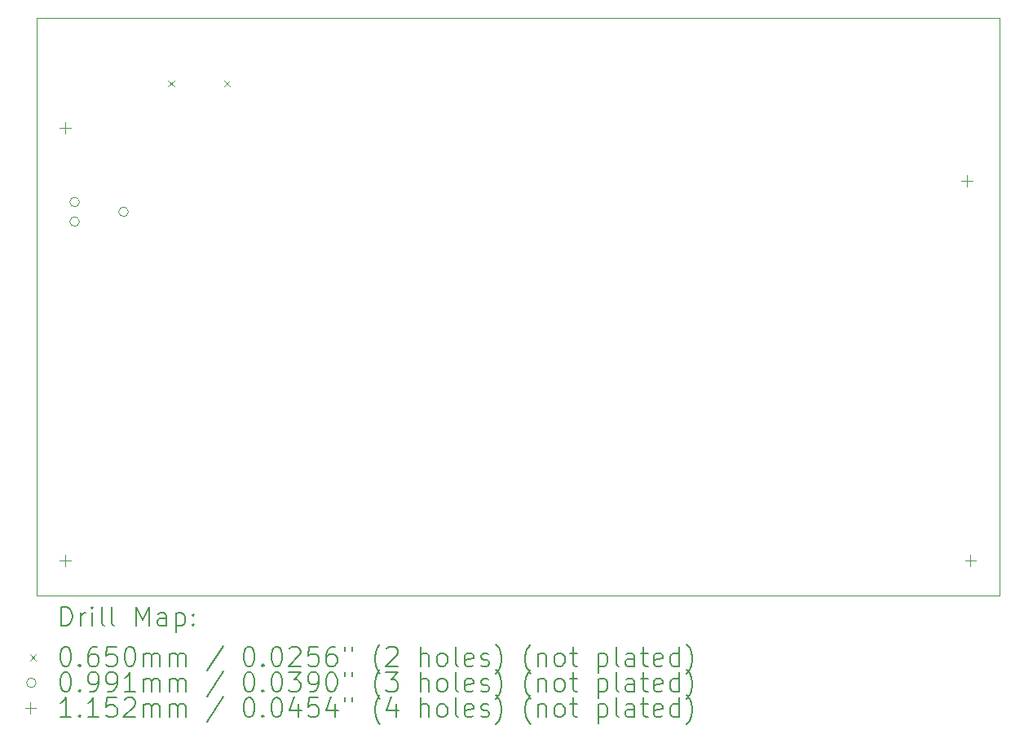
<source format=gbr>
%TF.GenerationSoftware,KiCad,Pcbnew,8.0.4-8.0.4-0~ubuntu22.04.1*%
%TF.CreationDate,2024-08-24T23:14:56+02:00*%
%TF.ProjectId,bldc_project,626c6463-5f70-4726-9f6a-6563742e6b69,rev?*%
%TF.SameCoordinates,Original*%
%TF.FileFunction,Drillmap*%
%TF.FilePolarity,Positive*%
%FSLAX45Y45*%
G04 Gerber Fmt 4.5, Leading zero omitted, Abs format (unit mm)*
G04 Created by KiCad (PCBNEW 8.0.4-8.0.4-0~ubuntu22.04.1) date 2024-08-24 23:14:56*
%MOMM*%
%LPD*%
G01*
G04 APERTURE LIST*
%ADD10C,0.100000*%
%ADD11C,0.200000*%
%ADD12C,0.115200*%
G04 APERTURE END LIST*
D10*
X4120000Y-8050000D02*
X14120000Y-8050000D01*
X14120000Y-14050000D01*
X4120000Y-14050000D01*
X4120000Y-8050000D01*
D11*
D10*
X5488500Y-8697500D02*
X5553500Y-8762500D01*
X5553500Y-8697500D02*
X5488500Y-8762500D01*
X6066500Y-8697500D02*
X6131500Y-8762500D01*
X6131500Y-8697500D02*
X6066500Y-8762500D01*
X4565530Y-9961900D02*
G75*
G02*
X4466470Y-9961900I-49530J0D01*
G01*
X4466470Y-9961900D02*
G75*
G02*
X4565530Y-9961900I49530J0D01*
G01*
X4565530Y-10165100D02*
G75*
G02*
X4466470Y-10165100I-49530J0D01*
G01*
X4466470Y-10165100D02*
G75*
G02*
X4565530Y-10165100I49530J0D01*
G01*
X5073530Y-10063500D02*
G75*
G02*
X4974470Y-10063500I-49530J0D01*
G01*
X4974470Y-10063500D02*
G75*
G02*
X5073530Y-10063500I49530J0D01*
G01*
D12*
X4420000Y-9132400D02*
X4420000Y-9247600D01*
X4362400Y-9190000D02*
X4477600Y-9190000D01*
X4420000Y-13632400D02*
X4420000Y-13747600D01*
X4362400Y-13690000D02*
X4477600Y-13690000D01*
X13780000Y-9687400D02*
X13780000Y-9802600D01*
X13722400Y-9745000D02*
X13837600Y-9745000D01*
X13820000Y-13632400D02*
X13820000Y-13747600D01*
X13762400Y-13690000D02*
X13877600Y-13690000D01*
D11*
X4375777Y-14366484D02*
X4375777Y-14166484D01*
X4375777Y-14166484D02*
X4423396Y-14166484D01*
X4423396Y-14166484D02*
X4451967Y-14176008D01*
X4451967Y-14176008D02*
X4471015Y-14195055D01*
X4471015Y-14195055D02*
X4480539Y-14214103D01*
X4480539Y-14214103D02*
X4490063Y-14252198D01*
X4490063Y-14252198D02*
X4490063Y-14280769D01*
X4490063Y-14280769D02*
X4480539Y-14318865D01*
X4480539Y-14318865D02*
X4471015Y-14337912D01*
X4471015Y-14337912D02*
X4451967Y-14356960D01*
X4451967Y-14356960D02*
X4423396Y-14366484D01*
X4423396Y-14366484D02*
X4375777Y-14366484D01*
X4575777Y-14366484D02*
X4575777Y-14233150D01*
X4575777Y-14271246D02*
X4585301Y-14252198D01*
X4585301Y-14252198D02*
X4594824Y-14242674D01*
X4594824Y-14242674D02*
X4613872Y-14233150D01*
X4613872Y-14233150D02*
X4632920Y-14233150D01*
X4699586Y-14366484D02*
X4699586Y-14233150D01*
X4699586Y-14166484D02*
X4690063Y-14176008D01*
X4690063Y-14176008D02*
X4699586Y-14185531D01*
X4699586Y-14185531D02*
X4709110Y-14176008D01*
X4709110Y-14176008D02*
X4699586Y-14166484D01*
X4699586Y-14166484D02*
X4699586Y-14185531D01*
X4823396Y-14366484D02*
X4804348Y-14356960D01*
X4804348Y-14356960D02*
X4794824Y-14337912D01*
X4794824Y-14337912D02*
X4794824Y-14166484D01*
X4928158Y-14366484D02*
X4909110Y-14356960D01*
X4909110Y-14356960D02*
X4899586Y-14337912D01*
X4899586Y-14337912D02*
X4899586Y-14166484D01*
X5156729Y-14366484D02*
X5156729Y-14166484D01*
X5156729Y-14166484D02*
X5223396Y-14309341D01*
X5223396Y-14309341D02*
X5290063Y-14166484D01*
X5290063Y-14166484D02*
X5290063Y-14366484D01*
X5471015Y-14366484D02*
X5471015Y-14261722D01*
X5471015Y-14261722D02*
X5461491Y-14242674D01*
X5461491Y-14242674D02*
X5442444Y-14233150D01*
X5442444Y-14233150D02*
X5404348Y-14233150D01*
X5404348Y-14233150D02*
X5385301Y-14242674D01*
X5471015Y-14356960D02*
X5451967Y-14366484D01*
X5451967Y-14366484D02*
X5404348Y-14366484D01*
X5404348Y-14366484D02*
X5385301Y-14356960D01*
X5385301Y-14356960D02*
X5375777Y-14337912D01*
X5375777Y-14337912D02*
X5375777Y-14318865D01*
X5375777Y-14318865D02*
X5385301Y-14299817D01*
X5385301Y-14299817D02*
X5404348Y-14290293D01*
X5404348Y-14290293D02*
X5451967Y-14290293D01*
X5451967Y-14290293D02*
X5471015Y-14280769D01*
X5566253Y-14233150D02*
X5566253Y-14433150D01*
X5566253Y-14242674D02*
X5585301Y-14233150D01*
X5585301Y-14233150D02*
X5623396Y-14233150D01*
X5623396Y-14233150D02*
X5642443Y-14242674D01*
X5642443Y-14242674D02*
X5651967Y-14252198D01*
X5651967Y-14252198D02*
X5661491Y-14271246D01*
X5661491Y-14271246D02*
X5661491Y-14328388D01*
X5661491Y-14328388D02*
X5651967Y-14347436D01*
X5651967Y-14347436D02*
X5642443Y-14356960D01*
X5642443Y-14356960D02*
X5623396Y-14366484D01*
X5623396Y-14366484D02*
X5585301Y-14366484D01*
X5585301Y-14366484D02*
X5566253Y-14356960D01*
X5747205Y-14347436D02*
X5756729Y-14356960D01*
X5756729Y-14356960D02*
X5747205Y-14366484D01*
X5747205Y-14366484D02*
X5737682Y-14356960D01*
X5737682Y-14356960D02*
X5747205Y-14347436D01*
X5747205Y-14347436D02*
X5747205Y-14366484D01*
X5747205Y-14242674D02*
X5756729Y-14252198D01*
X5756729Y-14252198D02*
X5747205Y-14261722D01*
X5747205Y-14261722D02*
X5737682Y-14252198D01*
X5737682Y-14252198D02*
X5747205Y-14242674D01*
X5747205Y-14242674D02*
X5747205Y-14261722D01*
D10*
X4050000Y-14662500D02*
X4115000Y-14727500D01*
X4115000Y-14662500D02*
X4050000Y-14727500D01*
D11*
X4413872Y-14586484D02*
X4432920Y-14586484D01*
X4432920Y-14586484D02*
X4451967Y-14596008D01*
X4451967Y-14596008D02*
X4461491Y-14605531D01*
X4461491Y-14605531D02*
X4471015Y-14624579D01*
X4471015Y-14624579D02*
X4480539Y-14662674D01*
X4480539Y-14662674D02*
X4480539Y-14710293D01*
X4480539Y-14710293D02*
X4471015Y-14748388D01*
X4471015Y-14748388D02*
X4461491Y-14767436D01*
X4461491Y-14767436D02*
X4451967Y-14776960D01*
X4451967Y-14776960D02*
X4432920Y-14786484D01*
X4432920Y-14786484D02*
X4413872Y-14786484D01*
X4413872Y-14786484D02*
X4394824Y-14776960D01*
X4394824Y-14776960D02*
X4385301Y-14767436D01*
X4385301Y-14767436D02*
X4375777Y-14748388D01*
X4375777Y-14748388D02*
X4366253Y-14710293D01*
X4366253Y-14710293D02*
X4366253Y-14662674D01*
X4366253Y-14662674D02*
X4375777Y-14624579D01*
X4375777Y-14624579D02*
X4385301Y-14605531D01*
X4385301Y-14605531D02*
X4394824Y-14596008D01*
X4394824Y-14596008D02*
X4413872Y-14586484D01*
X4566253Y-14767436D02*
X4575777Y-14776960D01*
X4575777Y-14776960D02*
X4566253Y-14786484D01*
X4566253Y-14786484D02*
X4556729Y-14776960D01*
X4556729Y-14776960D02*
X4566253Y-14767436D01*
X4566253Y-14767436D02*
X4566253Y-14786484D01*
X4747205Y-14586484D02*
X4709110Y-14586484D01*
X4709110Y-14586484D02*
X4690063Y-14596008D01*
X4690063Y-14596008D02*
X4680539Y-14605531D01*
X4680539Y-14605531D02*
X4661491Y-14634103D01*
X4661491Y-14634103D02*
X4651967Y-14672198D01*
X4651967Y-14672198D02*
X4651967Y-14748388D01*
X4651967Y-14748388D02*
X4661491Y-14767436D01*
X4661491Y-14767436D02*
X4671015Y-14776960D01*
X4671015Y-14776960D02*
X4690063Y-14786484D01*
X4690063Y-14786484D02*
X4728158Y-14786484D01*
X4728158Y-14786484D02*
X4747205Y-14776960D01*
X4747205Y-14776960D02*
X4756729Y-14767436D01*
X4756729Y-14767436D02*
X4766253Y-14748388D01*
X4766253Y-14748388D02*
X4766253Y-14700769D01*
X4766253Y-14700769D02*
X4756729Y-14681722D01*
X4756729Y-14681722D02*
X4747205Y-14672198D01*
X4747205Y-14672198D02*
X4728158Y-14662674D01*
X4728158Y-14662674D02*
X4690063Y-14662674D01*
X4690063Y-14662674D02*
X4671015Y-14672198D01*
X4671015Y-14672198D02*
X4661491Y-14681722D01*
X4661491Y-14681722D02*
X4651967Y-14700769D01*
X4947205Y-14586484D02*
X4851967Y-14586484D01*
X4851967Y-14586484D02*
X4842444Y-14681722D01*
X4842444Y-14681722D02*
X4851967Y-14672198D01*
X4851967Y-14672198D02*
X4871015Y-14662674D01*
X4871015Y-14662674D02*
X4918634Y-14662674D01*
X4918634Y-14662674D02*
X4937682Y-14672198D01*
X4937682Y-14672198D02*
X4947205Y-14681722D01*
X4947205Y-14681722D02*
X4956729Y-14700769D01*
X4956729Y-14700769D02*
X4956729Y-14748388D01*
X4956729Y-14748388D02*
X4947205Y-14767436D01*
X4947205Y-14767436D02*
X4937682Y-14776960D01*
X4937682Y-14776960D02*
X4918634Y-14786484D01*
X4918634Y-14786484D02*
X4871015Y-14786484D01*
X4871015Y-14786484D02*
X4851967Y-14776960D01*
X4851967Y-14776960D02*
X4842444Y-14767436D01*
X5080539Y-14586484D02*
X5099586Y-14586484D01*
X5099586Y-14586484D02*
X5118634Y-14596008D01*
X5118634Y-14596008D02*
X5128158Y-14605531D01*
X5128158Y-14605531D02*
X5137682Y-14624579D01*
X5137682Y-14624579D02*
X5147205Y-14662674D01*
X5147205Y-14662674D02*
X5147205Y-14710293D01*
X5147205Y-14710293D02*
X5137682Y-14748388D01*
X5137682Y-14748388D02*
X5128158Y-14767436D01*
X5128158Y-14767436D02*
X5118634Y-14776960D01*
X5118634Y-14776960D02*
X5099586Y-14786484D01*
X5099586Y-14786484D02*
X5080539Y-14786484D01*
X5080539Y-14786484D02*
X5061491Y-14776960D01*
X5061491Y-14776960D02*
X5051967Y-14767436D01*
X5051967Y-14767436D02*
X5042444Y-14748388D01*
X5042444Y-14748388D02*
X5032920Y-14710293D01*
X5032920Y-14710293D02*
X5032920Y-14662674D01*
X5032920Y-14662674D02*
X5042444Y-14624579D01*
X5042444Y-14624579D02*
X5051967Y-14605531D01*
X5051967Y-14605531D02*
X5061491Y-14596008D01*
X5061491Y-14596008D02*
X5080539Y-14586484D01*
X5232920Y-14786484D02*
X5232920Y-14653150D01*
X5232920Y-14672198D02*
X5242444Y-14662674D01*
X5242444Y-14662674D02*
X5261491Y-14653150D01*
X5261491Y-14653150D02*
X5290063Y-14653150D01*
X5290063Y-14653150D02*
X5309110Y-14662674D01*
X5309110Y-14662674D02*
X5318634Y-14681722D01*
X5318634Y-14681722D02*
X5318634Y-14786484D01*
X5318634Y-14681722D02*
X5328158Y-14662674D01*
X5328158Y-14662674D02*
X5347205Y-14653150D01*
X5347205Y-14653150D02*
X5375777Y-14653150D01*
X5375777Y-14653150D02*
X5394825Y-14662674D01*
X5394825Y-14662674D02*
X5404348Y-14681722D01*
X5404348Y-14681722D02*
X5404348Y-14786484D01*
X5499586Y-14786484D02*
X5499586Y-14653150D01*
X5499586Y-14672198D02*
X5509110Y-14662674D01*
X5509110Y-14662674D02*
X5528158Y-14653150D01*
X5528158Y-14653150D02*
X5556729Y-14653150D01*
X5556729Y-14653150D02*
X5575777Y-14662674D01*
X5575777Y-14662674D02*
X5585301Y-14681722D01*
X5585301Y-14681722D02*
X5585301Y-14786484D01*
X5585301Y-14681722D02*
X5594824Y-14662674D01*
X5594824Y-14662674D02*
X5613872Y-14653150D01*
X5613872Y-14653150D02*
X5642443Y-14653150D01*
X5642443Y-14653150D02*
X5661491Y-14662674D01*
X5661491Y-14662674D02*
X5671015Y-14681722D01*
X5671015Y-14681722D02*
X5671015Y-14786484D01*
X6061491Y-14576960D02*
X5890063Y-14834103D01*
X6318634Y-14586484D02*
X6337682Y-14586484D01*
X6337682Y-14586484D02*
X6356729Y-14596008D01*
X6356729Y-14596008D02*
X6366253Y-14605531D01*
X6366253Y-14605531D02*
X6375777Y-14624579D01*
X6375777Y-14624579D02*
X6385301Y-14662674D01*
X6385301Y-14662674D02*
X6385301Y-14710293D01*
X6385301Y-14710293D02*
X6375777Y-14748388D01*
X6375777Y-14748388D02*
X6366253Y-14767436D01*
X6366253Y-14767436D02*
X6356729Y-14776960D01*
X6356729Y-14776960D02*
X6337682Y-14786484D01*
X6337682Y-14786484D02*
X6318634Y-14786484D01*
X6318634Y-14786484D02*
X6299586Y-14776960D01*
X6299586Y-14776960D02*
X6290063Y-14767436D01*
X6290063Y-14767436D02*
X6280539Y-14748388D01*
X6280539Y-14748388D02*
X6271015Y-14710293D01*
X6271015Y-14710293D02*
X6271015Y-14662674D01*
X6271015Y-14662674D02*
X6280539Y-14624579D01*
X6280539Y-14624579D02*
X6290063Y-14605531D01*
X6290063Y-14605531D02*
X6299586Y-14596008D01*
X6299586Y-14596008D02*
X6318634Y-14586484D01*
X6471015Y-14767436D02*
X6480539Y-14776960D01*
X6480539Y-14776960D02*
X6471015Y-14786484D01*
X6471015Y-14786484D02*
X6461491Y-14776960D01*
X6461491Y-14776960D02*
X6471015Y-14767436D01*
X6471015Y-14767436D02*
X6471015Y-14786484D01*
X6604348Y-14586484D02*
X6623396Y-14586484D01*
X6623396Y-14586484D02*
X6642444Y-14596008D01*
X6642444Y-14596008D02*
X6651967Y-14605531D01*
X6651967Y-14605531D02*
X6661491Y-14624579D01*
X6661491Y-14624579D02*
X6671015Y-14662674D01*
X6671015Y-14662674D02*
X6671015Y-14710293D01*
X6671015Y-14710293D02*
X6661491Y-14748388D01*
X6661491Y-14748388D02*
X6651967Y-14767436D01*
X6651967Y-14767436D02*
X6642444Y-14776960D01*
X6642444Y-14776960D02*
X6623396Y-14786484D01*
X6623396Y-14786484D02*
X6604348Y-14786484D01*
X6604348Y-14786484D02*
X6585301Y-14776960D01*
X6585301Y-14776960D02*
X6575777Y-14767436D01*
X6575777Y-14767436D02*
X6566253Y-14748388D01*
X6566253Y-14748388D02*
X6556729Y-14710293D01*
X6556729Y-14710293D02*
X6556729Y-14662674D01*
X6556729Y-14662674D02*
X6566253Y-14624579D01*
X6566253Y-14624579D02*
X6575777Y-14605531D01*
X6575777Y-14605531D02*
X6585301Y-14596008D01*
X6585301Y-14596008D02*
X6604348Y-14586484D01*
X6747206Y-14605531D02*
X6756729Y-14596008D01*
X6756729Y-14596008D02*
X6775777Y-14586484D01*
X6775777Y-14586484D02*
X6823396Y-14586484D01*
X6823396Y-14586484D02*
X6842444Y-14596008D01*
X6842444Y-14596008D02*
X6851967Y-14605531D01*
X6851967Y-14605531D02*
X6861491Y-14624579D01*
X6861491Y-14624579D02*
X6861491Y-14643627D01*
X6861491Y-14643627D02*
X6851967Y-14672198D01*
X6851967Y-14672198D02*
X6737682Y-14786484D01*
X6737682Y-14786484D02*
X6861491Y-14786484D01*
X7042444Y-14586484D02*
X6947206Y-14586484D01*
X6947206Y-14586484D02*
X6937682Y-14681722D01*
X6937682Y-14681722D02*
X6947206Y-14672198D01*
X6947206Y-14672198D02*
X6966253Y-14662674D01*
X6966253Y-14662674D02*
X7013872Y-14662674D01*
X7013872Y-14662674D02*
X7032920Y-14672198D01*
X7032920Y-14672198D02*
X7042444Y-14681722D01*
X7042444Y-14681722D02*
X7051967Y-14700769D01*
X7051967Y-14700769D02*
X7051967Y-14748388D01*
X7051967Y-14748388D02*
X7042444Y-14767436D01*
X7042444Y-14767436D02*
X7032920Y-14776960D01*
X7032920Y-14776960D02*
X7013872Y-14786484D01*
X7013872Y-14786484D02*
X6966253Y-14786484D01*
X6966253Y-14786484D02*
X6947206Y-14776960D01*
X6947206Y-14776960D02*
X6937682Y-14767436D01*
X7223396Y-14586484D02*
X7185301Y-14586484D01*
X7185301Y-14586484D02*
X7166253Y-14596008D01*
X7166253Y-14596008D02*
X7156729Y-14605531D01*
X7156729Y-14605531D02*
X7137682Y-14634103D01*
X7137682Y-14634103D02*
X7128158Y-14672198D01*
X7128158Y-14672198D02*
X7128158Y-14748388D01*
X7128158Y-14748388D02*
X7137682Y-14767436D01*
X7137682Y-14767436D02*
X7147206Y-14776960D01*
X7147206Y-14776960D02*
X7166253Y-14786484D01*
X7166253Y-14786484D02*
X7204348Y-14786484D01*
X7204348Y-14786484D02*
X7223396Y-14776960D01*
X7223396Y-14776960D02*
X7232920Y-14767436D01*
X7232920Y-14767436D02*
X7242444Y-14748388D01*
X7242444Y-14748388D02*
X7242444Y-14700769D01*
X7242444Y-14700769D02*
X7232920Y-14681722D01*
X7232920Y-14681722D02*
X7223396Y-14672198D01*
X7223396Y-14672198D02*
X7204348Y-14662674D01*
X7204348Y-14662674D02*
X7166253Y-14662674D01*
X7166253Y-14662674D02*
X7147206Y-14672198D01*
X7147206Y-14672198D02*
X7137682Y-14681722D01*
X7137682Y-14681722D02*
X7128158Y-14700769D01*
X7318634Y-14586484D02*
X7318634Y-14624579D01*
X7394825Y-14586484D02*
X7394825Y-14624579D01*
X7690063Y-14862674D02*
X7680539Y-14853150D01*
X7680539Y-14853150D02*
X7661491Y-14824579D01*
X7661491Y-14824579D02*
X7651968Y-14805531D01*
X7651968Y-14805531D02*
X7642444Y-14776960D01*
X7642444Y-14776960D02*
X7632920Y-14729341D01*
X7632920Y-14729341D02*
X7632920Y-14691246D01*
X7632920Y-14691246D02*
X7642444Y-14643627D01*
X7642444Y-14643627D02*
X7651968Y-14615055D01*
X7651968Y-14615055D02*
X7661491Y-14596008D01*
X7661491Y-14596008D02*
X7680539Y-14567436D01*
X7680539Y-14567436D02*
X7690063Y-14557912D01*
X7756729Y-14605531D02*
X7766253Y-14596008D01*
X7766253Y-14596008D02*
X7785301Y-14586484D01*
X7785301Y-14586484D02*
X7832920Y-14586484D01*
X7832920Y-14586484D02*
X7851968Y-14596008D01*
X7851968Y-14596008D02*
X7861491Y-14605531D01*
X7861491Y-14605531D02*
X7871015Y-14624579D01*
X7871015Y-14624579D02*
X7871015Y-14643627D01*
X7871015Y-14643627D02*
X7861491Y-14672198D01*
X7861491Y-14672198D02*
X7747206Y-14786484D01*
X7747206Y-14786484D02*
X7871015Y-14786484D01*
X8109110Y-14786484D02*
X8109110Y-14586484D01*
X8194825Y-14786484D02*
X8194825Y-14681722D01*
X8194825Y-14681722D02*
X8185301Y-14662674D01*
X8185301Y-14662674D02*
X8166253Y-14653150D01*
X8166253Y-14653150D02*
X8137682Y-14653150D01*
X8137682Y-14653150D02*
X8118634Y-14662674D01*
X8118634Y-14662674D02*
X8109110Y-14672198D01*
X8318634Y-14786484D02*
X8299587Y-14776960D01*
X8299587Y-14776960D02*
X8290063Y-14767436D01*
X8290063Y-14767436D02*
X8280539Y-14748388D01*
X8280539Y-14748388D02*
X8280539Y-14691246D01*
X8280539Y-14691246D02*
X8290063Y-14672198D01*
X8290063Y-14672198D02*
X8299587Y-14662674D01*
X8299587Y-14662674D02*
X8318634Y-14653150D01*
X8318634Y-14653150D02*
X8347206Y-14653150D01*
X8347206Y-14653150D02*
X8366253Y-14662674D01*
X8366253Y-14662674D02*
X8375777Y-14672198D01*
X8375777Y-14672198D02*
X8385301Y-14691246D01*
X8385301Y-14691246D02*
X8385301Y-14748388D01*
X8385301Y-14748388D02*
X8375777Y-14767436D01*
X8375777Y-14767436D02*
X8366253Y-14776960D01*
X8366253Y-14776960D02*
X8347206Y-14786484D01*
X8347206Y-14786484D02*
X8318634Y-14786484D01*
X8499587Y-14786484D02*
X8480539Y-14776960D01*
X8480539Y-14776960D02*
X8471015Y-14757912D01*
X8471015Y-14757912D02*
X8471015Y-14586484D01*
X8651968Y-14776960D02*
X8632920Y-14786484D01*
X8632920Y-14786484D02*
X8594825Y-14786484D01*
X8594825Y-14786484D02*
X8575777Y-14776960D01*
X8575777Y-14776960D02*
X8566253Y-14757912D01*
X8566253Y-14757912D02*
X8566253Y-14681722D01*
X8566253Y-14681722D02*
X8575777Y-14662674D01*
X8575777Y-14662674D02*
X8594825Y-14653150D01*
X8594825Y-14653150D02*
X8632920Y-14653150D01*
X8632920Y-14653150D02*
X8651968Y-14662674D01*
X8651968Y-14662674D02*
X8661492Y-14681722D01*
X8661492Y-14681722D02*
X8661492Y-14700769D01*
X8661492Y-14700769D02*
X8566253Y-14719817D01*
X8737682Y-14776960D02*
X8756730Y-14786484D01*
X8756730Y-14786484D02*
X8794825Y-14786484D01*
X8794825Y-14786484D02*
X8813873Y-14776960D01*
X8813873Y-14776960D02*
X8823396Y-14757912D01*
X8823396Y-14757912D02*
X8823396Y-14748388D01*
X8823396Y-14748388D02*
X8813873Y-14729341D01*
X8813873Y-14729341D02*
X8794825Y-14719817D01*
X8794825Y-14719817D02*
X8766253Y-14719817D01*
X8766253Y-14719817D02*
X8747206Y-14710293D01*
X8747206Y-14710293D02*
X8737682Y-14691246D01*
X8737682Y-14691246D02*
X8737682Y-14681722D01*
X8737682Y-14681722D02*
X8747206Y-14662674D01*
X8747206Y-14662674D02*
X8766253Y-14653150D01*
X8766253Y-14653150D02*
X8794825Y-14653150D01*
X8794825Y-14653150D02*
X8813873Y-14662674D01*
X8890063Y-14862674D02*
X8899587Y-14853150D01*
X8899587Y-14853150D02*
X8918634Y-14824579D01*
X8918634Y-14824579D02*
X8928158Y-14805531D01*
X8928158Y-14805531D02*
X8937682Y-14776960D01*
X8937682Y-14776960D02*
X8947206Y-14729341D01*
X8947206Y-14729341D02*
X8947206Y-14691246D01*
X8947206Y-14691246D02*
X8937682Y-14643627D01*
X8937682Y-14643627D02*
X8928158Y-14615055D01*
X8928158Y-14615055D02*
X8918634Y-14596008D01*
X8918634Y-14596008D02*
X8899587Y-14567436D01*
X8899587Y-14567436D02*
X8890063Y-14557912D01*
X9251968Y-14862674D02*
X9242444Y-14853150D01*
X9242444Y-14853150D02*
X9223396Y-14824579D01*
X9223396Y-14824579D02*
X9213873Y-14805531D01*
X9213873Y-14805531D02*
X9204349Y-14776960D01*
X9204349Y-14776960D02*
X9194825Y-14729341D01*
X9194825Y-14729341D02*
X9194825Y-14691246D01*
X9194825Y-14691246D02*
X9204349Y-14643627D01*
X9204349Y-14643627D02*
X9213873Y-14615055D01*
X9213873Y-14615055D02*
X9223396Y-14596008D01*
X9223396Y-14596008D02*
X9242444Y-14567436D01*
X9242444Y-14567436D02*
X9251968Y-14557912D01*
X9328158Y-14653150D02*
X9328158Y-14786484D01*
X9328158Y-14672198D02*
X9337682Y-14662674D01*
X9337682Y-14662674D02*
X9356730Y-14653150D01*
X9356730Y-14653150D02*
X9385301Y-14653150D01*
X9385301Y-14653150D02*
X9404349Y-14662674D01*
X9404349Y-14662674D02*
X9413873Y-14681722D01*
X9413873Y-14681722D02*
X9413873Y-14786484D01*
X9537682Y-14786484D02*
X9518634Y-14776960D01*
X9518634Y-14776960D02*
X9509111Y-14767436D01*
X9509111Y-14767436D02*
X9499587Y-14748388D01*
X9499587Y-14748388D02*
X9499587Y-14691246D01*
X9499587Y-14691246D02*
X9509111Y-14672198D01*
X9509111Y-14672198D02*
X9518634Y-14662674D01*
X9518634Y-14662674D02*
X9537682Y-14653150D01*
X9537682Y-14653150D02*
X9566254Y-14653150D01*
X9566254Y-14653150D02*
X9585301Y-14662674D01*
X9585301Y-14662674D02*
X9594825Y-14672198D01*
X9594825Y-14672198D02*
X9604349Y-14691246D01*
X9604349Y-14691246D02*
X9604349Y-14748388D01*
X9604349Y-14748388D02*
X9594825Y-14767436D01*
X9594825Y-14767436D02*
X9585301Y-14776960D01*
X9585301Y-14776960D02*
X9566254Y-14786484D01*
X9566254Y-14786484D02*
X9537682Y-14786484D01*
X9661492Y-14653150D02*
X9737682Y-14653150D01*
X9690063Y-14586484D02*
X9690063Y-14757912D01*
X9690063Y-14757912D02*
X9699587Y-14776960D01*
X9699587Y-14776960D02*
X9718634Y-14786484D01*
X9718634Y-14786484D02*
X9737682Y-14786484D01*
X9956730Y-14653150D02*
X9956730Y-14853150D01*
X9956730Y-14662674D02*
X9975777Y-14653150D01*
X9975777Y-14653150D02*
X10013873Y-14653150D01*
X10013873Y-14653150D02*
X10032920Y-14662674D01*
X10032920Y-14662674D02*
X10042444Y-14672198D01*
X10042444Y-14672198D02*
X10051968Y-14691246D01*
X10051968Y-14691246D02*
X10051968Y-14748388D01*
X10051968Y-14748388D02*
X10042444Y-14767436D01*
X10042444Y-14767436D02*
X10032920Y-14776960D01*
X10032920Y-14776960D02*
X10013873Y-14786484D01*
X10013873Y-14786484D02*
X9975777Y-14786484D01*
X9975777Y-14786484D02*
X9956730Y-14776960D01*
X10166254Y-14786484D02*
X10147206Y-14776960D01*
X10147206Y-14776960D02*
X10137682Y-14757912D01*
X10137682Y-14757912D02*
X10137682Y-14586484D01*
X10328158Y-14786484D02*
X10328158Y-14681722D01*
X10328158Y-14681722D02*
X10318635Y-14662674D01*
X10318635Y-14662674D02*
X10299587Y-14653150D01*
X10299587Y-14653150D02*
X10261492Y-14653150D01*
X10261492Y-14653150D02*
X10242444Y-14662674D01*
X10328158Y-14776960D02*
X10309111Y-14786484D01*
X10309111Y-14786484D02*
X10261492Y-14786484D01*
X10261492Y-14786484D02*
X10242444Y-14776960D01*
X10242444Y-14776960D02*
X10232920Y-14757912D01*
X10232920Y-14757912D02*
X10232920Y-14738865D01*
X10232920Y-14738865D02*
X10242444Y-14719817D01*
X10242444Y-14719817D02*
X10261492Y-14710293D01*
X10261492Y-14710293D02*
X10309111Y-14710293D01*
X10309111Y-14710293D02*
X10328158Y-14700769D01*
X10394825Y-14653150D02*
X10471015Y-14653150D01*
X10423396Y-14586484D02*
X10423396Y-14757912D01*
X10423396Y-14757912D02*
X10432920Y-14776960D01*
X10432920Y-14776960D02*
X10451968Y-14786484D01*
X10451968Y-14786484D02*
X10471015Y-14786484D01*
X10613873Y-14776960D02*
X10594825Y-14786484D01*
X10594825Y-14786484D02*
X10556730Y-14786484D01*
X10556730Y-14786484D02*
X10537682Y-14776960D01*
X10537682Y-14776960D02*
X10528158Y-14757912D01*
X10528158Y-14757912D02*
X10528158Y-14681722D01*
X10528158Y-14681722D02*
X10537682Y-14662674D01*
X10537682Y-14662674D02*
X10556730Y-14653150D01*
X10556730Y-14653150D02*
X10594825Y-14653150D01*
X10594825Y-14653150D02*
X10613873Y-14662674D01*
X10613873Y-14662674D02*
X10623396Y-14681722D01*
X10623396Y-14681722D02*
X10623396Y-14700769D01*
X10623396Y-14700769D02*
X10528158Y-14719817D01*
X10794825Y-14786484D02*
X10794825Y-14586484D01*
X10794825Y-14776960D02*
X10775777Y-14786484D01*
X10775777Y-14786484D02*
X10737682Y-14786484D01*
X10737682Y-14786484D02*
X10718635Y-14776960D01*
X10718635Y-14776960D02*
X10709111Y-14767436D01*
X10709111Y-14767436D02*
X10699587Y-14748388D01*
X10699587Y-14748388D02*
X10699587Y-14691246D01*
X10699587Y-14691246D02*
X10709111Y-14672198D01*
X10709111Y-14672198D02*
X10718635Y-14662674D01*
X10718635Y-14662674D02*
X10737682Y-14653150D01*
X10737682Y-14653150D02*
X10775777Y-14653150D01*
X10775777Y-14653150D02*
X10794825Y-14662674D01*
X10871016Y-14862674D02*
X10880539Y-14853150D01*
X10880539Y-14853150D02*
X10899587Y-14824579D01*
X10899587Y-14824579D02*
X10909111Y-14805531D01*
X10909111Y-14805531D02*
X10918635Y-14776960D01*
X10918635Y-14776960D02*
X10928158Y-14729341D01*
X10928158Y-14729341D02*
X10928158Y-14691246D01*
X10928158Y-14691246D02*
X10918635Y-14643627D01*
X10918635Y-14643627D02*
X10909111Y-14615055D01*
X10909111Y-14615055D02*
X10899587Y-14596008D01*
X10899587Y-14596008D02*
X10880539Y-14567436D01*
X10880539Y-14567436D02*
X10871016Y-14557912D01*
D10*
X4115000Y-14959000D02*
G75*
G02*
X4015940Y-14959000I-49530J0D01*
G01*
X4015940Y-14959000D02*
G75*
G02*
X4115000Y-14959000I49530J0D01*
G01*
D11*
X4413872Y-14850484D02*
X4432920Y-14850484D01*
X4432920Y-14850484D02*
X4451967Y-14860008D01*
X4451967Y-14860008D02*
X4461491Y-14869531D01*
X4461491Y-14869531D02*
X4471015Y-14888579D01*
X4471015Y-14888579D02*
X4480539Y-14926674D01*
X4480539Y-14926674D02*
X4480539Y-14974293D01*
X4480539Y-14974293D02*
X4471015Y-15012388D01*
X4471015Y-15012388D02*
X4461491Y-15031436D01*
X4461491Y-15031436D02*
X4451967Y-15040960D01*
X4451967Y-15040960D02*
X4432920Y-15050484D01*
X4432920Y-15050484D02*
X4413872Y-15050484D01*
X4413872Y-15050484D02*
X4394824Y-15040960D01*
X4394824Y-15040960D02*
X4385301Y-15031436D01*
X4385301Y-15031436D02*
X4375777Y-15012388D01*
X4375777Y-15012388D02*
X4366253Y-14974293D01*
X4366253Y-14974293D02*
X4366253Y-14926674D01*
X4366253Y-14926674D02*
X4375777Y-14888579D01*
X4375777Y-14888579D02*
X4385301Y-14869531D01*
X4385301Y-14869531D02*
X4394824Y-14860008D01*
X4394824Y-14860008D02*
X4413872Y-14850484D01*
X4566253Y-15031436D02*
X4575777Y-15040960D01*
X4575777Y-15040960D02*
X4566253Y-15050484D01*
X4566253Y-15050484D02*
X4556729Y-15040960D01*
X4556729Y-15040960D02*
X4566253Y-15031436D01*
X4566253Y-15031436D02*
X4566253Y-15050484D01*
X4671015Y-15050484D02*
X4709110Y-15050484D01*
X4709110Y-15050484D02*
X4728158Y-15040960D01*
X4728158Y-15040960D02*
X4737682Y-15031436D01*
X4737682Y-15031436D02*
X4756729Y-15002865D01*
X4756729Y-15002865D02*
X4766253Y-14964769D01*
X4766253Y-14964769D02*
X4766253Y-14888579D01*
X4766253Y-14888579D02*
X4756729Y-14869531D01*
X4756729Y-14869531D02*
X4747205Y-14860008D01*
X4747205Y-14860008D02*
X4728158Y-14850484D01*
X4728158Y-14850484D02*
X4690063Y-14850484D01*
X4690063Y-14850484D02*
X4671015Y-14860008D01*
X4671015Y-14860008D02*
X4661491Y-14869531D01*
X4661491Y-14869531D02*
X4651967Y-14888579D01*
X4651967Y-14888579D02*
X4651967Y-14936198D01*
X4651967Y-14936198D02*
X4661491Y-14955246D01*
X4661491Y-14955246D02*
X4671015Y-14964769D01*
X4671015Y-14964769D02*
X4690063Y-14974293D01*
X4690063Y-14974293D02*
X4728158Y-14974293D01*
X4728158Y-14974293D02*
X4747205Y-14964769D01*
X4747205Y-14964769D02*
X4756729Y-14955246D01*
X4756729Y-14955246D02*
X4766253Y-14936198D01*
X4861491Y-15050484D02*
X4899586Y-15050484D01*
X4899586Y-15050484D02*
X4918634Y-15040960D01*
X4918634Y-15040960D02*
X4928158Y-15031436D01*
X4928158Y-15031436D02*
X4947205Y-15002865D01*
X4947205Y-15002865D02*
X4956729Y-14964769D01*
X4956729Y-14964769D02*
X4956729Y-14888579D01*
X4956729Y-14888579D02*
X4947205Y-14869531D01*
X4947205Y-14869531D02*
X4937682Y-14860008D01*
X4937682Y-14860008D02*
X4918634Y-14850484D01*
X4918634Y-14850484D02*
X4880539Y-14850484D01*
X4880539Y-14850484D02*
X4861491Y-14860008D01*
X4861491Y-14860008D02*
X4851967Y-14869531D01*
X4851967Y-14869531D02*
X4842444Y-14888579D01*
X4842444Y-14888579D02*
X4842444Y-14936198D01*
X4842444Y-14936198D02*
X4851967Y-14955246D01*
X4851967Y-14955246D02*
X4861491Y-14964769D01*
X4861491Y-14964769D02*
X4880539Y-14974293D01*
X4880539Y-14974293D02*
X4918634Y-14974293D01*
X4918634Y-14974293D02*
X4937682Y-14964769D01*
X4937682Y-14964769D02*
X4947205Y-14955246D01*
X4947205Y-14955246D02*
X4956729Y-14936198D01*
X5147205Y-15050484D02*
X5032920Y-15050484D01*
X5090063Y-15050484D02*
X5090063Y-14850484D01*
X5090063Y-14850484D02*
X5071015Y-14879055D01*
X5071015Y-14879055D02*
X5051967Y-14898103D01*
X5051967Y-14898103D02*
X5032920Y-14907627D01*
X5232920Y-15050484D02*
X5232920Y-14917150D01*
X5232920Y-14936198D02*
X5242444Y-14926674D01*
X5242444Y-14926674D02*
X5261491Y-14917150D01*
X5261491Y-14917150D02*
X5290063Y-14917150D01*
X5290063Y-14917150D02*
X5309110Y-14926674D01*
X5309110Y-14926674D02*
X5318634Y-14945722D01*
X5318634Y-14945722D02*
X5318634Y-15050484D01*
X5318634Y-14945722D02*
X5328158Y-14926674D01*
X5328158Y-14926674D02*
X5347205Y-14917150D01*
X5347205Y-14917150D02*
X5375777Y-14917150D01*
X5375777Y-14917150D02*
X5394825Y-14926674D01*
X5394825Y-14926674D02*
X5404348Y-14945722D01*
X5404348Y-14945722D02*
X5404348Y-15050484D01*
X5499586Y-15050484D02*
X5499586Y-14917150D01*
X5499586Y-14936198D02*
X5509110Y-14926674D01*
X5509110Y-14926674D02*
X5528158Y-14917150D01*
X5528158Y-14917150D02*
X5556729Y-14917150D01*
X5556729Y-14917150D02*
X5575777Y-14926674D01*
X5575777Y-14926674D02*
X5585301Y-14945722D01*
X5585301Y-14945722D02*
X5585301Y-15050484D01*
X5585301Y-14945722D02*
X5594824Y-14926674D01*
X5594824Y-14926674D02*
X5613872Y-14917150D01*
X5613872Y-14917150D02*
X5642443Y-14917150D01*
X5642443Y-14917150D02*
X5661491Y-14926674D01*
X5661491Y-14926674D02*
X5671015Y-14945722D01*
X5671015Y-14945722D02*
X5671015Y-15050484D01*
X6061491Y-14840960D02*
X5890063Y-15098103D01*
X6318634Y-14850484D02*
X6337682Y-14850484D01*
X6337682Y-14850484D02*
X6356729Y-14860008D01*
X6356729Y-14860008D02*
X6366253Y-14869531D01*
X6366253Y-14869531D02*
X6375777Y-14888579D01*
X6375777Y-14888579D02*
X6385301Y-14926674D01*
X6385301Y-14926674D02*
X6385301Y-14974293D01*
X6385301Y-14974293D02*
X6375777Y-15012388D01*
X6375777Y-15012388D02*
X6366253Y-15031436D01*
X6366253Y-15031436D02*
X6356729Y-15040960D01*
X6356729Y-15040960D02*
X6337682Y-15050484D01*
X6337682Y-15050484D02*
X6318634Y-15050484D01*
X6318634Y-15050484D02*
X6299586Y-15040960D01*
X6299586Y-15040960D02*
X6290063Y-15031436D01*
X6290063Y-15031436D02*
X6280539Y-15012388D01*
X6280539Y-15012388D02*
X6271015Y-14974293D01*
X6271015Y-14974293D02*
X6271015Y-14926674D01*
X6271015Y-14926674D02*
X6280539Y-14888579D01*
X6280539Y-14888579D02*
X6290063Y-14869531D01*
X6290063Y-14869531D02*
X6299586Y-14860008D01*
X6299586Y-14860008D02*
X6318634Y-14850484D01*
X6471015Y-15031436D02*
X6480539Y-15040960D01*
X6480539Y-15040960D02*
X6471015Y-15050484D01*
X6471015Y-15050484D02*
X6461491Y-15040960D01*
X6461491Y-15040960D02*
X6471015Y-15031436D01*
X6471015Y-15031436D02*
X6471015Y-15050484D01*
X6604348Y-14850484D02*
X6623396Y-14850484D01*
X6623396Y-14850484D02*
X6642444Y-14860008D01*
X6642444Y-14860008D02*
X6651967Y-14869531D01*
X6651967Y-14869531D02*
X6661491Y-14888579D01*
X6661491Y-14888579D02*
X6671015Y-14926674D01*
X6671015Y-14926674D02*
X6671015Y-14974293D01*
X6671015Y-14974293D02*
X6661491Y-15012388D01*
X6661491Y-15012388D02*
X6651967Y-15031436D01*
X6651967Y-15031436D02*
X6642444Y-15040960D01*
X6642444Y-15040960D02*
X6623396Y-15050484D01*
X6623396Y-15050484D02*
X6604348Y-15050484D01*
X6604348Y-15050484D02*
X6585301Y-15040960D01*
X6585301Y-15040960D02*
X6575777Y-15031436D01*
X6575777Y-15031436D02*
X6566253Y-15012388D01*
X6566253Y-15012388D02*
X6556729Y-14974293D01*
X6556729Y-14974293D02*
X6556729Y-14926674D01*
X6556729Y-14926674D02*
X6566253Y-14888579D01*
X6566253Y-14888579D02*
X6575777Y-14869531D01*
X6575777Y-14869531D02*
X6585301Y-14860008D01*
X6585301Y-14860008D02*
X6604348Y-14850484D01*
X6737682Y-14850484D02*
X6861491Y-14850484D01*
X6861491Y-14850484D02*
X6794825Y-14926674D01*
X6794825Y-14926674D02*
X6823396Y-14926674D01*
X6823396Y-14926674D02*
X6842444Y-14936198D01*
X6842444Y-14936198D02*
X6851967Y-14945722D01*
X6851967Y-14945722D02*
X6861491Y-14964769D01*
X6861491Y-14964769D02*
X6861491Y-15012388D01*
X6861491Y-15012388D02*
X6851967Y-15031436D01*
X6851967Y-15031436D02*
X6842444Y-15040960D01*
X6842444Y-15040960D02*
X6823396Y-15050484D01*
X6823396Y-15050484D02*
X6766253Y-15050484D01*
X6766253Y-15050484D02*
X6747206Y-15040960D01*
X6747206Y-15040960D02*
X6737682Y-15031436D01*
X6956729Y-15050484D02*
X6994825Y-15050484D01*
X6994825Y-15050484D02*
X7013872Y-15040960D01*
X7013872Y-15040960D02*
X7023396Y-15031436D01*
X7023396Y-15031436D02*
X7042444Y-15002865D01*
X7042444Y-15002865D02*
X7051967Y-14964769D01*
X7051967Y-14964769D02*
X7051967Y-14888579D01*
X7051967Y-14888579D02*
X7042444Y-14869531D01*
X7042444Y-14869531D02*
X7032920Y-14860008D01*
X7032920Y-14860008D02*
X7013872Y-14850484D01*
X7013872Y-14850484D02*
X6975777Y-14850484D01*
X6975777Y-14850484D02*
X6956729Y-14860008D01*
X6956729Y-14860008D02*
X6947206Y-14869531D01*
X6947206Y-14869531D02*
X6937682Y-14888579D01*
X6937682Y-14888579D02*
X6937682Y-14936198D01*
X6937682Y-14936198D02*
X6947206Y-14955246D01*
X6947206Y-14955246D02*
X6956729Y-14964769D01*
X6956729Y-14964769D02*
X6975777Y-14974293D01*
X6975777Y-14974293D02*
X7013872Y-14974293D01*
X7013872Y-14974293D02*
X7032920Y-14964769D01*
X7032920Y-14964769D02*
X7042444Y-14955246D01*
X7042444Y-14955246D02*
X7051967Y-14936198D01*
X7175777Y-14850484D02*
X7194825Y-14850484D01*
X7194825Y-14850484D02*
X7213872Y-14860008D01*
X7213872Y-14860008D02*
X7223396Y-14869531D01*
X7223396Y-14869531D02*
X7232920Y-14888579D01*
X7232920Y-14888579D02*
X7242444Y-14926674D01*
X7242444Y-14926674D02*
X7242444Y-14974293D01*
X7242444Y-14974293D02*
X7232920Y-15012388D01*
X7232920Y-15012388D02*
X7223396Y-15031436D01*
X7223396Y-15031436D02*
X7213872Y-15040960D01*
X7213872Y-15040960D02*
X7194825Y-15050484D01*
X7194825Y-15050484D02*
X7175777Y-15050484D01*
X7175777Y-15050484D02*
X7156729Y-15040960D01*
X7156729Y-15040960D02*
X7147206Y-15031436D01*
X7147206Y-15031436D02*
X7137682Y-15012388D01*
X7137682Y-15012388D02*
X7128158Y-14974293D01*
X7128158Y-14974293D02*
X7128158Y-14926674D01*
X7128158Y-14926674D02*
X7137682Y-14888579D01*
X7137682Y-14888579D02*
X7147206Y-14869531D01*
X7147206Y-14869531D02*
X7156729Y-14860008D01*
X7156729Y-14860008D02*
X7175777Y-14850484D01*
X7318634Y-14850484D02*
X7318634Y-14888579D01*
X7394825Y-14850484D02*
X7394825Y-14888579D01*
X7690063Y-15126674D02*
X7680539Y-15117150D01*
X7680539Y-15117150D02*
X7661491Y-15088579D01*
X7661491Y-15088579D02*
X7651968Y-15069531D01*
X7651968Y-15069531D02*
X7642444Y-15040960D01*
X7642444Y-15040960D02*
X7632920Y-14993341D01*
X7632920Y-14993341D02*
X7632920Y-14955246D01*
X7632920Y-14955246D02*
X7642444Y-14907627D01*
X7642444Y-14907627D02*
X7651968Y-14879055D01*
X7651968Y-14879055D02*
X7661491Y-14860008D01*
X7661491Y-14860008D02*
X7680539Y-14831436D01*
X7680539Y-14831436D02*
X7690063Y-14821912D01*
X7747206Y-14850484D02*
X7871015Y-14850484D01*
X7871015Y-14850484D02*
X7804348Y-14926674D01*
X7804348Y-14926674D02*
X7832920Y-14926674D01*
X7832920Y-14926674D02*
X7851968Y-14936198D01*
X7851968Y-14936198D02*
X7861491Y-14945722D01*
X7861491Y-14945722D02*
X7871015Y-14964769D01*
X7871015Y-14964769D02*
X7871015Y-15012388D01*
X7871015Y-15012388D02*
X7861491Y-15031436D01*
X7861491Y-15031436D02*
X7851968Y-15040960D01*
X7851968Y-15040960D02*
X7832920Y-15050484D01*
X7832920Y-15050484D02*
X7775777Y-15050484D01*
X7775777Y-15050484D02*
X7756729Y-15040960D01*
X7756729Y-15040960D02*
X7747206Y-15031436D01*
X8109110Y-15050484D02*
X8109110Y-14850484D01*
X8194825Y-15050484D02*
X8194825Y-14945722D01*
X8194825Y-14945722D02*
X8185301Y-14926674D01*
X8185301Y-14926674D02*
X8166253Y-14917150D01*
X8166253Y-14917150D02*
X8137682Y-14917150D01*
X8137682Y-14917150D02*
X8118634Y-14926674D01*
X8118634Y-14926674D02*
X8109110Y-14936198D01*
X8318634Y-15050484D02*
X8299587Y-15040960D01*
X8299587Y-15040960D02*
X8290063Y-15031436D01*
X8290063Y-15031436D02*
X8280539Y-15012388D01*
X8280539Y-15012388D02*
X8280539Y-14955246D01*
X8280539Y-14955246D02*
X8290063Y-14936198D01*
X8290063Y-14936198D02*
X8299587Y-14926674D01*
X8299587Y-14926674D02*
X8318634Y-14917150D01*
X8318634Y-14917150D02*
X8347206Y-14917150D01*
X8347206Y-14917150D02*
X8366253Y-14926674D01*
X8366253Y-14926674D02*
X8375777Y-14936198D01*
X8375777Y-14936198D02*
X8385301Y-14955246D01*
X8385301Y-14955246D02*
X8385301Y-15012388D01*
X8385301Y-15012388D02*
X8375777Y-15031436D01*
X8375777Y-15031436D02*
X8366253Y-15040960D01*
X8366253Y-15040960D02*
X8347206Y-15050484D01*
X8347206Y-15050484D02*
X8318634Y-15050484D01*
X8499587Y-15050484D02*
X8480539Y-15040960D01*
X8480539Y-15040960D02*
X8471015Y-15021912D01*
X8471015Y-15021912D02*
X8471015Y-14850484D01*
X8651968Y-15040960D02*
X8632920Y-15050484D01*
X8632920Y-15050484D02*
X8594825Y-15050484D01*
X8594825Y-15050484D02*
X8575777Y-15040960D01*
X8575777Y-15040960D02*
X8566253Y-15021912D01*
X8566253Y-15021912D02*
X8566253Y-14945722D01*
X8566253Y-14945722D02*
X8575777Y-14926674D01*
X8575777Y-14926674D02*
X8594825Y-14917150D01*
X8594825Y-14917150D02*
X8632920Y-14917150D01*
X8632920Y-14917150D02*
X8651968Y-14926674D01*
X8651968Y-14926674D02*
X8661492Y-14945722D01*
X8661492Y-14945722D02*
X8661492Y-14964769D01*
X8661492Y-14964769D02*
X8566253Y-14983817D01*
X8737682Y-15040960D02*
X8756730Y-15050484D01*
X8756730Y-15050484D02*
X8794825Y-15050484D01*
X8794825Y-15050484D02*
X8813873Y-15040960D01*
X8813873Y-15040960D02*
X8823396Y-15021912D01*
X8823396Y-15021912D02*
X8823396Y-15012388D01*
X8823396Y-15012388D02*
X8813873Y-14993341D01*
X8813873Y-14993341D02*
X8794825Y-14983817D01*
X8794825Y-14983817D02*
X8766253Y-14983817D01*
X8766253Y-14983817D02*
X8747206Y-14974293D01*
X8747206Y-14974293D02*
X8737682Y-14955246D01*
X8737682Y-14955246D02*
X8737682Y-14945722D01*
X8737682Y-14945722D02*
X8747206Y-14926674D01*
X8747206Y-14926674D02*
X8766253Y-14917150D01*
X8766253Y-14917150D02*
X8794825Y-14917150D01*
X8794825Y-14917150D02*
X8813873Y-14926674D01*
X8890063Y-15126674D02*
X8899587Y-15117150D01*
X8899587Y-15117150D02*
X8918634Y-15088579D01*
X8918634Y-15088579D02*
X8928158Y-15069531D01*
X8928158Y-15069531D02*
X8937682Y-15040960D01*
X8937682Y-15040960D02*
X8947206Y-14993341D01*
X8947206Y-14993341D02*
X8947206Y-14955246D01*
X8947206Y-14955246D02*
X8937682Y-14907627D01*
X8937682Y-14907627D02*
X8928158Y-14879055D01*
X8928158Y-14879055D02*
X8918634Y-14860008D01*
X8918634Y-14860008D02*
X8899587Y-14831436D01*
X8899587Y-14831436D02*
X8890063Y-14821912D01*
X9251968Y-15126674D02*
X9242444Y-15117150D01*
X9242444Y-15117150D02*
X9223396Y-15088579D01*
X9223396Y-15088579D02*
X9213873Y-15069531D01*
X9213873Y-15069531D02*
X9204349Y-15040960D01*
X9204349Y-15040960D02*
X9194825Y-14993341D01*
X9194825Y-14993341D02*
X9194825Y-14955246D01*
X9194825Y-14955246D02*
X9204349Y-14907627D01*
X9204349Y-14907627D02*
X9213873Y-14879055D01*
X9213873Y-14879055D02*
X9223396Y-14860008D01*
X9223396Y-14860008D02*
X9242444Y-14831436D01*
X9242444Y-14831436D02*
X9251968Y-14821912D01*
X9328158Y-14917150D02*
X9328158Y-15050484D01*
X9328158Y-14936198D02*
X9337682Y-14926674D01*
X9337682Y-14926674D02*
X9356730Y-14917150D01*
X9356730Y-14917150D02*
X9385301Y-14917150D01*
X9385301Y-14917150D02*
X9404349Y-14926674D01*
X9404349Y-14926674D02*
X9413873Y-14945722D01*
X9413873Y-14945722D02*
X9413873Y-15050484D01*
X9537682Y-15050484D02*
X9518634Y-15040960D01*
X9518634Y-15040960D02*
X9509111Y-15031436D01*
X9509111Y-15031436D02*
X9499587Y-15012388D01*
X9499587Y-15012388D02*
X9499587Y-14955246D01*
X9499587Y-14955246D02*
X9509111Y-14936198D01*
X9509111Y-14936198D02*
X9518634Y-14926674D01*
X9518634Y-14926674D02*
X9537682Y-14917150D01*
X9537682Y-14917150D02*
X9566254Y-14917150D01*
X9566254Y-14917150D02*
X9585301Y-14926674D01*
X9585301Y-14926674D02*
X9594825Y-14936198D01*
X9594825Y-14936198D02*
X9604349Y-14955246D01*
X9604349Y-14955246D02*
X9604349Y-15012388D01*
X9604349Y-15012388D02*
X9594825Y-15031436D01*
X9594825Y-15031436D02*
X9585301Y-15040960D01*
X9585301Y-15040960D02*
X9566254Y-15050484D01*
X9566254Y-15050484D02*
X9537682Y-15050484D01*
X9661492Y-14917150D02*
X9737682Y-14917150D01*
X9690063Y-14850484D02*
X9690063Y-15021912D01*
X9690063Y-15021912D02*
X9699587Y-15040960D01*
X9699587Y-15040960D02*
X9718634Y-15050484D01*
X9718634Y-15050484D02*
X9737682Y-15050484D01*
X9956730Y-14917150D02*
X9956730Y-15117150D01*
X9956730Y-14926674D02*
X9975777Y-14917150D01*
X9975777Y-14917150D02*
X10013873Y-14917150D01*
X10013873Y-14917150D02*
X10032920Y-14926674D01*
X10032920Y-14926674D02*
X10042444Y-14936198D01*
X10042444Y-14936198D02*
X10051968Y-14955246D01*
X10051968Y-14955246D02*
X10051968Y-15012388D01*
X10051968Y-15012388D02*
X10042444Y-15031436D01*
X10042444Y-15031436D02*
X10032920Y-15040960D01*
X10032920Y-15040960D02*
X10013873Y-15050484D01*
X10013873Y-15050484D02*
X9975777Y-15050484D01*
X9975777Y-15050484D02*
X9956730Y-15040960D01*
X10166254Y-15050484D02*
X10147206Y-15040960D01*
X10147206Y-15040960D02*
X10137682Y-15021912D01*
X10137682Y-15021912D02*
X10137682Y-14850484D01*
X10328158Y-15050484D02*
X10328158Y-14945722D01*
X10328158Y-14945722D02*
X10318635Y-14926674D01*
X10318635Y-14926674D02*
X10299587Y-14917150D01*
X10299587Y-14917150D02*
X10261492Y-14917150D01*
X10261492Y-14917150D02*
X10242444Y-14926674D01*
X10328158Y-15040960D02*
X10309111Y-15050484D01*
X10309111Y-15050484D02*
X10261492Y-15050484D01*
X10261492Y-15050484D02*
X10242444Y-15040960D01*
X10242444Y-15040960D02*
X10232920Y-15021912D01*
X10232920Y-15021912D02*
X10232920Y-15002865D01*
X10232920Y-15002865D02*
X10242444Y-14983817D01*
X10242444Y-14983817D02*
X10261492Y-14974293D01*
X10261492Y-14974293D02*
X10309111Y-14974293D01*
X10309111Y-14974293D02*
X10328158Y-14964769D01*
X10394825Y-14917150D02*
X10471015Y-14917150D01*
X10423396Y-14850484D02*
X10423396Y-15021912D01*
X10423396Y-15021912D02*
X10432920Y-15040960D01*
X10432920Y-15040960D02*
X10451968Y-15050484D01*
X10451968Y-15050484D02*
X10471015Y-15050484D01*
X10613873Y-15040960D02*
X10594825Y-15050484D01*
X10594825Y-15050484D02*
X10556730Y-15050484D01*
X10556730Y-15050484D02*
X10537682Y-15040960D01*
X10537682Y-15040960D02*
X10528158Y-15021912D01*
X10528158Y-15021912D02*
X10528158Y-14945722D01*
X10528158Y-14945722D02*
X10537682Y-14926674D01*
X10537682Y-14926674D02*
X10556730Y-14917150D01*
X10556730Y-14917150D02*
X10594825Y-14917150D01*
X10594825Y-14917150D02*
X10613873Y-14926674D01*
X10613873Y-14926674D02*
X10623396Y-14945722D01*
X10623396Y-14945722D02*
X10623396Y-14964769D01*
X10623396Y-14964769D02*
X10528158Y-14983817D01*
X10794825Y-15050484D02*
X10794825Y-14850484D01*
X10794825Y-15040960D02*
X10775777Y-15050484D01*
X10775777Y-15050484D02*
X10737682Y-15050484D01*
X10737682Y-15050484D02*
X10718635Y-15040960D01*
X10718635Y-15040960D02*
X10709111Y-15031436D01*
X10709111Y-15031436D02*
X10699587Y-15012388D01*
X10699587Y-15012388D02*
X10699587Y-14955246D01*
X10699587Y-14955246D02*
X10709111Y-14936198D01*
X10709111Y-14936198D02*
X10718635Y-14926674D01*
X10718635Y-14926674D02*
X10737682Y-14917150D01*
X10737682Y-14917150D02*
X10775777Y-14917150D01*
X10775777Y-14917150D02*
X10794825Y-14926674D01*
X10871016Y-15126674D02*
X10880539Y-15117150D01*
X10880539Y-15117150D02*
X10899587Y-15088579D01*
X10899587Y-15088579D02*
X10909111Y-15069531D01*
X10909111Y-15069531D02*
X10918635Y-15040960D01*
X10918635Y-15040960D02*
X10928158Y-14993341D01*
X10928158Y-14993341D02*
X10928158Y-14955246D01*
X10928158Y-14955246D02*
X10918635Y-14907627D01*
X10918635Y-14907627D02*
X10909111Y-14879055D01*
X10909111Y-14879055D02*
X10899587Y-14860008D01*
X10899587Y-14860008D02*
X10880539Y-14831436D01*
X10880539Y-14831436D02*
X10871016Y-14821912D01*
D12*
X4057400Y-15165400D02*
X4057400Y-15280600D01*
X3999800Y-15223000D02*
X4115000Y-15223000D01*
D11*
X4480539Y-15314484D02*
X4366253Y-15314484D01*
X4423396Y-15314484D02*
X4423396Y-15114484D01*
X4423396Y-15114484D02*
X4404348Y-15143055D01*
X4404348Y-15143055D02*
X4385301Y-15162103D01*
X4385301Y-15162103D02*
X4366253Y-15171627D01*
X4566253Y-15295436D02*
X4575777Y-15304960D01*
X4575777Y-15304960D02*
X4566253Y-15314484D01*
X4566253Y-15314484D02*
X4556729Y-15304960D01*
X4556729Y-15304960D02*
X4566253Y-15295436D01*
X4566253Y-15295436D02*
X4566253Y-15314484D01*
X4766253Y-15314484D02*
X4651967Y-15314484D01*
X4709110Y-15314484D02*
X4709110Y-15114484D01*
X4709110Y-15114484D02*
X4690063Y-15143055D01*
X4690063Y-15143055D02*
X4671015Y-15162103D01*
X4671015Y-15162103D02*
X4651967Y-15171627D01*
X4947205Y-15114484D02*
X4851967Y-15114484D01*
X4851967Y-15114484D02*
X4842444Y-15209722D01*
X4842444Y-15209722D02*
X4851967Y-15200198D01*
X4851967Y-15200198D02*
X4871015Y-15190674D01*
X4871015Y-15190674D02*
X4918634Y-15190674D01*
X4918634Y-15190674D02*
X4937682Y-15200198D01*
X4937682Y-15200198D02*
X4947205Y-15209722D01*
X4947205Y-15209722D02*
X4956729Y-15228769D01*
X4956729Y-15228769D02*
X4956729Y-15276388D01*
X4956729Y-15276388D02*
X4947205Y-15295436D01*
X4947205Y-15295436D02*
X4937682Y-15304960D01*
X4937682Y-15304960D02*
X4918634Y-15314484D01*
X4918634Y-15314484D02*
X4871015Y-15314484D01*
X4871015Y-15314484D02*
X4851967Y-15304960D01*
X4851967Y-15304960D02*
X4842444Y-15295436D01*
X5032920Y-15133531D02*
X5042444Y-15124008D01*
X5042444Y-15124008D02*
X5061491Y-15114484D01*
X5061491Y-15114484D02*
X5109110Y-15114484D01*
X5109110Y-15114484D02*
X5128158Y-15124008D01*
X5128158Y-15124008D02*
X5137682Y-15133531D01*
X5137682Y-15133531D02*
X5147205Y-15152579D01*
X5147205Y-15152579D02*
X5147205Y-15171627D01*
X5147205Y-15171627D02*
X5137682Y-15200198D01*
X5137682Y-15200198D02*
X5023396Y-15314484D01*
X5023396Y-15314484D02*
X5147205Y-15314484D01*
X5232920Y-15314484D02*
X5232920Y-15181150D01*
X5232920Y-15200198D02*
X5242444Y-15190674D01*
X5242444Y-15190674D02*
X5261491Y-15181150D01*
X5261491Y-15181150D02*
X5290063Y-15181150D01*
X5290063Y-15181150D02*
X5309110Y-15190674D01*
X5309110Y-15190674D02*
X5318634Y-15209722D01*
X5318634Y-15209722D02*
X5318634Y-15314484D01*
X5318634Y-15209722D02*
X5328158Y-15190674D01*
X5328158Y-15190674D02*
X5347205Y-15181150D01*
X5347205Y-15181150D02*
X5375777Y-15181150D01*
X5375777Y-15181150D02*
X5394825Y-15190674D01*
X5394825Y-15190674D02*
X5404348Y-15209722D01*
X5404348Y-15209722D02*
X5404348Y-15314484D01*
X5499586Y-15314484D02*
X5499586Y-15181150D01*
X5499586Y-15200198D02*
X5509110Y-15190674D01*
X5509110Y-15190674D02*
X5528158Y-15181150D01*
X5528158Y-15181150D02*
X5556729Y-15181150D01*
X5556729Y-15181150D02*
X5575777Y-15190674D01*
X5575777Y-15190674D02*
X5585301Y-15209722D01*
X5585301Y-15209722D02*
X5585301Y-15314484D01*
X5585301Y-15209722D02*
X5594824Y-15190674D01*
X5594824Y-15190674D02*
X5613872Y-15181150D01*
X5613872Y-15181150D02*
X5642443Y-15181150D01*
X5642443Y-15181150D02*
X5661491Y-15190674D01*
X5661491Y-15190674D02*
X5671015Y-15209722D01*
X5671015Y-15209722D02*
X5671015Y-15314484D01*
X6061491Y-15104960D02*
X5890063Y-15362103D01*
X6318634Y-15114484D02*
X6337682Y-15114484D01*
X6337682Y-15114484D02*
X6356729Y-15124008D01*
X6356729Y-15124008D02*
X6366253Y-15133531D01*
X6366253Y-15133531D02*
X6375777Y-15152579D01*
X6375777Y-15152579D02*
X6385301Y-15190674D01*
X6385301Y-15190674D02*
X6385301Y-15238293D01*
X6385301Y-15238293D02*
X6375777Y-15276388D01*
X6375777Y-15276388D02*
X6366253Y-15295436D01*
X6366253Y-15295436D02*
X6356729Y-15304960D01*
X6356729Y-15304960D02*
X6337682Y-15314484D01*
X6337682Y-15314484D02*
X6318634Y-15314484D01*
X6318634Y-15314484D02*
X6299586Y-15304960D01*
X6299586Y-15304960D02*
X6290063Y-15295436D01*
X6290063Y-15295436D02*
X6280539Y-15276388D01*
X6280539Y-15276388D02*
X6271015Y-15238293D01*
X6271015Y-15238293D02*
X6271015Y-15190674D01*
X6271015Y-15190674D02*
X6280539Y-15152579D01*
X6280539Y-15152579D02*
X6290063Y-15133531D01*
X6290063Y-15133531D02*
X6299586Y-15124008D01*
X6299586Y-15124008D02*
X6318634Y-15114484D01*
X6471015Y-15295436D02*
X6480539Y-15304960D01*
X6480539Y-15304960D02*
X6471015Y-15314484D01*
X6471015Y-15314484D02*
X6461491Y-15304960D01*
X6461491Y-15304960D02*
X6471015Y-15295436D01*
X6471015Y-15295436D02*
X6471015Y-15314484D01*
X6604348Y-15114484D02*
X6623396Y-15114484D01*
X6623396Y-15114484D02*
X6642444Y-15124008D01*
X6642444Y-15124008D02*
X6651967Y-15133531D01*
X6651967Y-15133531D02*
X6661491Y-15152579D01*
X6661491Y-15152579D02*
X6671015Y-15190674D01*
X6671015Y-15190674D02*
X6671015Y-15238293D01*
X6671015Y-15238293D02*
X6661491Y-15276388D01*
X6661491Y-15276388D02*
X6651967Y-15295436D01*
X6651967Y-15295436D02*
X6642444Y-15304960D01*
X6642444Y-15304960D02*
X6623396Y-15314484D01*
X6623396Y-15314484D02*
X6604348Y-15314484D01*
X6604348Y-15314484D02*
X6585301Y-15304960D01*
X6585301Y-15304960D02*
X6575777Y-15295436D01*
X6575777Y-15295436D02*
X6566253Y-15276388D01*
X6566253Y-15276388D02*
X6556729Y-15238293D01*
X6556729Y-15238293D02*
X6556729Y-15190674D01*
X6556729Y-15190674D02*
X6566253Y-15152579D01*
X6566253Y-15152579D02*
X6575777Y-15133531D01*
X6575777Y-15133531D02*
X6585301Y-15124008D01*
X6585301Y-15124008D02*
X6604348Y-15114484D01*
X6842444Y-15181150D02*
X6842444Y-15314484D01*
X6794825Y-15104960D02*
X6747206Y-15247817D01*
X6747206Y-15247817D02*
X6871015Y-15247817D01*
X7042444Y-15114484D02*
X6947206Y-15114484D01*
X6947206Y-15114484D02*
X6937682Y-15209722D01*
X6937682Y-15209722D02*
X6947206Y-15200198D01*
X6947206Y-15200198D02*
X6966253Y-15190674D01*
X6966253Y-15190674D02*
X7013872Y-15190674D01*
X7013872Y-15190674D02*
X7032920Y-15200198D01*
X7032920Y-15200198D02*
X7042444Y-15209722D01*
X7042444Y-15209722D02*
X7051967Y-15228769D01*
X7051967Y-15228769D02*
X7051967Y-15276388D01*
X7051967Y-15276388D02*
X7042444Y-15295436D01*
X7042444Y-15295436D02*
X7032920Y-15304960D01*
X7032920Y-15304960D02*
X7013872Y-15314484D01*
X7013872Y-15314484D02*
X6966253Y-15314484D01*
X6966253Y-15314484D02*
X6947206Y-15304960D01*
X6947206Y-15304960D02*
X6937682Y-15295436D01*
X7223396Y-15181150D02*
X7223396Y-15314484D01*
X7175777Y-15104960D02*
X7128158Y-15247817D01*
X7128158Y-15247817D02*
X7251967Y-15247817D01*
X7318634Y-15114484D02*
X7318634Y-15152579D01*
X7394825Y-15114484D02*
X7394825Y-15152579D01*
X7690063Y-15390674D02*
X7680539Y-15381150D01*
X7680539Y-15381150D02*
X7661491Y-15352579D01*
X7661491Y-15352579D02*
X7651968Y-15333531D01*
X7651968Y-15333531D02*
X7642444Y-15304960D01*
X7642444Y-15304960D02*
X7632920Y-15257341D01*
X7632920Y-15257341D02*
X7632920Y-15219246D01*
X7632920Y-15219246D02*
X7642444Y-15171627D01*
X7642444Y-15171627D02*
X7651968Y-15143055D01*
X7651968Y-15143055D02*
X7661491Y-15124008D01*
X7661491Y-15124008D02*
X7680539Y-15095436D01*
X7680539Y-15095436D02*
X7690063Y-15085912D01*
X7851968Y-15181150D02*
X7851968Y-15314484D01*
X7804348Y-15104960D02*
X7756729Y-15247817D01*
X7756729Y-15247817D02*
X7880539Y-15247817D01*
X8109110Y-15314484D02*
X8109110Y-15114484D01*
X8194825Y-15314484D02*
X8194825Y-15209722D01*
X8194825Y-15209722D02*
X8185301Y-15190674D01*
X8185301Y-15190674D02*
X8166253Y-15181150D01*
X8166253Y-15181150D02*
X8137682Y-15181150D01*
X8137682Y-15181150D02*
X8118634Y-15190674D01*
X8118634Y-15190674D02*
X8109110Y-15200198D01*
X8318634Y-15314484D02*
X8299587Y-15304960D01*
X8299587Y-15304960D02*
X8290063Y-15295436D01*
X8290063Y-15295436D02*
X8280539Y-15276388D01*
X8280539Y-15276388D02*
X8280539Y-15219246D01*
X8280539Y-15219246D02*
X8290063Y-15200198D01*
X8290063Y-15200198D02*
X8299587Y-15190674D01*
X8299587Y-15190674D02*
X8318634Y-15181150D01*
X8318634Y-15181150D02*
X8347206Y-15181150D01*
X8347206Y-15181150D02*
X8366253Y-15190674D01*
X8366253Y-15190674D02*
X8375777Y-15200198D01*
X8375777Y-15200198D02*
X8385301Y-15219246D01*
X8385301Y-15219246D02*
X8385301Y-15276388D01*
X8385301Y-15276388D02*
X8375777Y-15295436D01*
X8375777Y-15295436D02*
X8366253Y-15304960D01*
X8366253Y-15304960D02*
X8347206Y-15314484D01*
X8347206Y-15314484D02*
X8318634Y-15314484D01*
X8499587Y-15314484D02*
X8480539Y-15304960D01*
X8480539Y-15304960D02*
X8471015Y-15285912D01*
X8471015Y-15285912D02*
X8471015Y-15114484D01*
X8651968Y-15304960D02*
X8632920Y-15314484D01*
X8632920Y-15314484D02*
X8594825Y-15314484D01*
X8594825Y-15314484D02*
X8575777Y-15304960D01*
X8575777Y-15304960D02*
X8566253Y-15285912D01*
X8566253Y-15285912D02*
X8566253Y-15209722D01*
X8566253Y-15209722D02*
X8575777Y-15190674D01*
X8575777Y-15190674D02*
X8594825Y-15181150D01*
X8594825Y-15181150D02*
X8632920Y-15181150D01*
X8632920Y-15181150D02*
X8651968Y-15190674D01*
X8651968Y-15190674D02*
X8661492Y-15209722D01*
X8661492Y-15209722D02*
X8661492Y-15228769D01*
X8661492Y-15228769D02*
X8566253Y-15247817D01*
X8737682Y-15304960D02*
X8756730Y-15314484D01*
X8756730Y-15314484D02*
X8794825Y-15314484D01*
X8794825Y-15314484D02*
X8813873Y-15304960D01*
X8813873Y-15304960D02*
X8823396Y-15285912D01*
X8823396Y-15285912D02*
X8823396Y-15276388D01*
X8823396Y-15276388D02*
X8813873Y-15257341D01*
X8813873Y-15257341D02*
X8794825Y-15247817D01*
X8794825Y-15247817D02*
X8766253Y-15247817D01*
X8766253Y-15247817D02*
X8747206Y-15238293D01*
X8747206Y-15238293D02*
X8737682Y-15219246D01*
X8737682Y-15219246D02*
X8737682Y-15209722D01*
X8737682Y-15209722D02*
X8747206Y-15190674D01*
X8747206Y-15190674D02*
X8766253Y-15181150D01*
X8766253Y-15181150D02*
X8794825Y-15181150D01*
X8794825Y-15181150D02*
X8813873Y-15190674D01*
X8890063Y-15390674D02*
X8899587Y-15381150D01*
X8899587Y-15381150D02*
X8918634Y-15352579D01*
X8918634Y-15352579D02*
X8928158Y-15333531D01*
X8928158Y-15333531D02*
X8937682Y-15304960D01*
X8937682Y-15304960D02*
X8947206Y-15257341D01*
X8947206Y-15257341D02*
X8947206Y-15219246D01*
X8947206Y-15219246D02*
X8937682Y-15171627D01*
X8937682Y-15171627D02*
X8928158Y-15143055D01*
X8928158Y-15143055D02*
X8918634Y-15124008D01*
X8918634Y-15124008D02*
X8899587Y-15095436D01*
X8899587Y-15095436D02*
X8890063Y-15085912D01*
X9251968Y-15390674D02*
X9242444Y-15381150D01*
X9242444Y-15381150D02*
X9223396Y-15352579D01*
X9223396Y-15352579D02*
X9213873Y-15333531D01*
X9213873Y-15333531D02*
X9204349Y-15304960D01*
X9204349Y-15304960D02*
X9194825Y-15257341D01*
X9194825Y-15257341D02*
X9194825Y-15219246D01*
X9194825Y-15219246D02*
X9204349Y-15171627D01*
X9204349Y-15171627D02*
X9213873Y-15143055D01*
X9213873Y-15143055D02*
X9223396Y-15124008D01*
X9223396Y-15124008D02*
X9242444Y-15095436D01*
X9242444Y-15095436D02*
X9251968Y-15085912D01*
X9328158Y-15181150D02*
X9328158Y-15314484D01*
X9328158Y-15200198D02*
X9337682Y-15190674D01*
X9337682Y-15190674D02*
X9356730Y-15181150D01*
X9356730Y-15181150D02*
X9385301Y-15181150D01*
X9385301Y-15181150D02*
X9404349Y-15190674D01*
X9404349Y-15190674D02*
X9413873Y-15209722D01*
X9413873Y-15209722D02*
X9413873Y-15314484D01*
X9537682Y-15314484D02*
X9518634Y-15304960D01*
X9518634Y-15304960D02*
X9509111Y-15295436D01*
X9509111Y-15295436D02*
X9499587Y-15276388D01*
X9499587Y-15276388D02*
X9499587Y-15219246D01*
X9499587Y-15219246D02*
X9509111Y-15200198D01*
X9509111Y-15200198D02*
X9518634Y-15190674D01*
X9518634Y-15190674D02*
X9537682Y-15181150D01*
X9537682Y-15181150D02*
X9566254Y-15181150D01*
X9566254Y-15181150D02*
X9585301Y-15190674D01*
X9585301Y-15190674D02*
X9594825Y-15200198D01*
X9594825Y-15200198D02*
X9604349Y-15219246D01*
X9604349Y-15219246D02*
X9604349Y-15276388D01*
X9604349Y-15276388D02*
X9594825Y-15295436D01*
X9594825Y-15295436D02*
X9585301Y-15304960D01*
X9585301Y-15304960D02*
X9566254Y-15314484D01*
X9566254Y-15314484D02*
X9537682Y-15314484D01*
X9661492Y-15181150D02*
X9737682Y-15181150D01*
X9690063Y-15114484D02*
X9690063Y-15285912D01*
X9690063Y-15285912D02*
X9699587Y-15304960D01*
X9699587Y-15304960D02*
X9718634Y-15314484D01*
X9718634Y-15314484D02*
X9737682Y-15314484D01*
X9956730Y-15181150D02*
X9956730Y-15381150D01*
X9956730Y-15190674D02*
X9975777Y-15181150D01*
X9975777Y-15181150D02*
X10013873Y-15181150D01*
X10013873Y-15181150D02*
X10032920Y-15190674D01*
X10032920Y-15190674D02*
X10042444Y-15200198D01*
X10042444Y-15200198D02*
X10051968Y-15219246D01*
X10051968Y-15219246D02*
X10051968Y-15276388D01*
X10051968Y-15276388D02*
X10042444Y-15295436D01*
X10042444Y-15295436D02*
X10032920Y-15304960D01*
X10032920Y-15304960D02*
X10013873Y-15314484D01*
X10013873Y-15314484D02*
X9975777Y-15314484D01*
X9975777Y-15314484D02*
X9956730Y-15304960D01*
X10166254Y-15314484D02*
X10147206Y-15304960D01*
X10147206Y-15304960D02*
X10137682Y-15285912D01*
X10137682Y-15285912D02*
X10137682Y-15114484D01*
X10328158Y-15314484D02*
X10328158Y-15209722D01*
X10328158Y-15209722D02*
X10318635Y-15190674D01*
X10318635Y-15190674D02*
X10299587Y-15181150D01*
X10299587Y-15181150D02*
X10261492Y-15181150D01*
X10261492Y-15181150D02*
X10242444Y-15190674D01*
X10328158Y-15304960D02*
X10309111Y-15314484D01*
X10309111Y-15314484D02*
X10261492Y-15314484D01*
X10261492Y-15314484D02*
X10242444Y-15304960D01*
X10242444Y-15304960D02*
X10232920Y-15285912D01*
X10232920Y-15285912D02*
X10232920Y-15266865D01*
X10232920Y-15266865D02*
X10242444Y-15247817D01*
X10242444Y-15247817D02*
X10261492Y-15238293D01*
X10261492Y-15238293D02*
X10309111Y-15238293D01*
X10309111Y-15238293D02*
X10328158Y-15228769D01*
X10394825Y-15181150D02*
X10471015Y-15181150D01*
X10423396Y-15114484D02*
X10423396Y-15285912D01*
X10423396Y-15285912D02*
X10432920Y-15304960D01*
X10432920Y-15304960D02*
X10451968Y-15314484D01*
X10451968Y-15314484D02*
X10471015Y-15314484D01*
X10613873Y-15304960D02*
X10594825Y-15314484D01*
X10594825Y-15314484D02*
X10556730Y-15314484D01*
X10556730Y-15314484D02*
X10537682Y-15304960D01*
X10537682Y-15304960D02*
X10528158Y-15285912D01*
X10528158Y-15285912D02*
X10528158Y-15209722D01*
X10528158Y-15209722D02*
X10537682Y-15190674D01*
X10537682Y-15190674D02*
X10556730Y-15181150D01*
X10556730Y-15181150D02*
X10594825Y-15181150D01*
X10594825Y-15181150D02*
X10613873Y-15190674D01*
X10613873Y-15190674D02*
X10623396Y-15209722D01*
X10623396Y-15209722D02*
X10623396Y-15228769D01*
X10623396Y-15228769D02*
X10528158Y-15247817D01*
X10794825Y-15314484D02*
X10794825Y-15114484D01*
X10794825Y-15304960D02*
X10775777Y-15314484D01*
X10775777Y-15314484D02*
X10737682Y-15314484D01*
X10737682Y-15314484D02*
X10718635Y-15304960D01*
X10718635Y-15304960D02*
X10709111Y-15295436D01*
X10709111Y-15295436D02*
X10699587Y-15276388D01*
X10699587Y-15276388D02*
X10699587Y-15219246D01*
X10699587Y-15219246D02*
X10709111Y-15200198D01*
X10709111Y-15200198D02*
X10718635Y-15190674D01*
X10718635Y-15190674D02*
X10737682Y-15181150D01*
X10737682Y-15181150D02*
X10775777Y-15181150D01*
X10775777Y-15181150D02*
X10794825Y-15190674D01*
X10871016Y-15390674D02*
X10880539Y-15381150D01*
X10880539Y-15381150D02*
X10899587Y-15352579D01*
X10899587Y-15352579D02*
X10909111Y-15333531D01*
X10909111Y-15333531D02*
X10918635Y-15304960D01*
X10918635Y-15304960D02*
X10928158Y-15257341D01*
X10928158Y-15257341D02*
X10928158Y-15219246D01*
X10928158Y-15219246D02*
X10918635Y-15171627D01*
X10918635Y-15171627D02*
X10909111Y-15143055D01*
X10909111Y-15143055D02*
X10899587Y-15124008D01*
X10899587Y-15124008D02*
X10880539Y-15095436D01*
X10880539Y-15095436D02*
X10871016Y-15085912D01*
M02*

</source>
